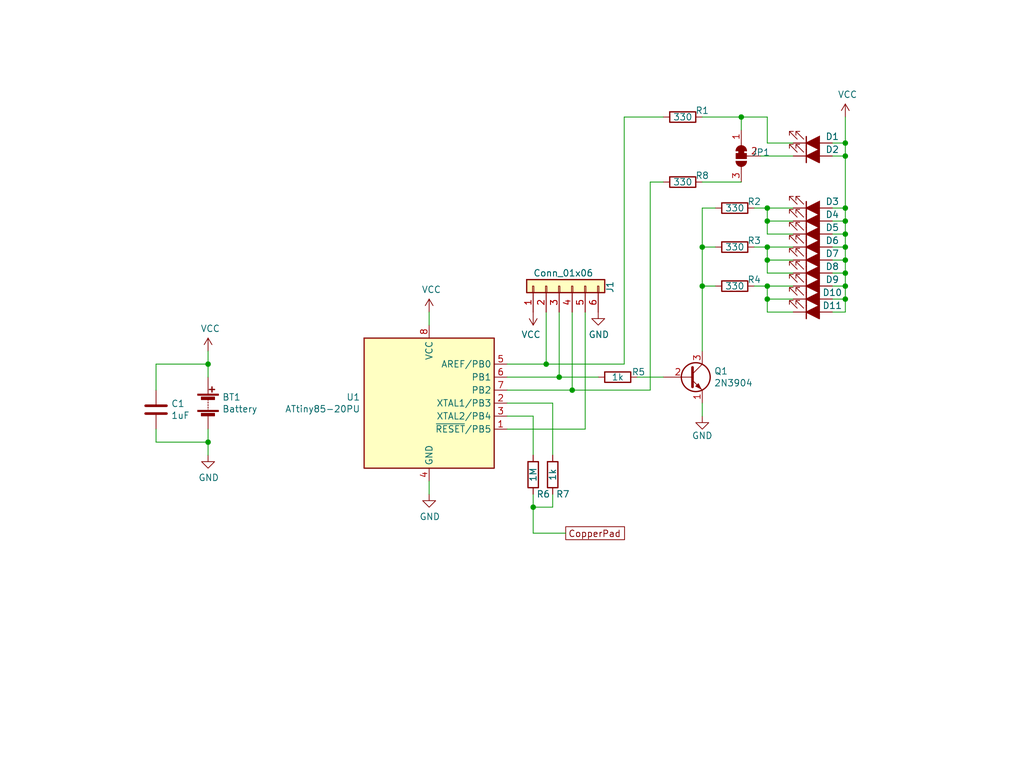
<source format=kicad_sch>
(kicad_sch (version 20211123) (generator eeschema)
  (paper "User" 200 150.012)
  (title_block (title "Touch Jack O' Lantern Kit") (date "2022-10-09") (rev "1.1") (comment 1 "Jamal Bouajjaj"))
  (lib_symbols
    (symbol "Connector_Generic:Conn_01x06" (pin_names (offset 1.016) hide)
      (property "Reference" "J" (at 0 7.62 0))
      (property "Value" "Conn_01x06" (at 0 -10.16 0))
      (symbol "Conn_01x06_1_1"
        (rectangle (start -1.27 -7.493) (end 0 -7.747) (stroke (width 0.1524)))
        (rectangle (start -1.27 -4.953) (end 0 -5.207) (stroke (width 0.1524)))
        (rectangle (start -1.27 -2.413) (end 0 -2.667) (stroke (width 0.1524)))
        (rectangle (start -1.27 0.127) (end 0 -0.127) (stroke (width 0.1524)))
        (rectangle (start -1.27 2.667) (end 0 2.413) (stroke (width 0.1524)))
        (rectangle (start -1.27 5.207) (end 0 4.953) (stroke (width 0.1524)))
        (rectangle (start -1.27 6.35) (end 1.27 -8.89) (stroke (width 0.254)) (fill (type background)))
        (pin passive line (at -5.08 5.08 0) (length 3.81) (name "Pin_1") (number "1"))
        (pin passive line (at -5.08 2.54 0) (length 3.81) (name "Pin_2") (number "2"))
        (pin passive line (at -5.08 0 0) (length 3.81) (name "Pin_3") (number "3"))
        (pin passive line (at -5.08 -2.54 0) (length 3.81) (name "Pin_4") (number "4"))
        (pin passive line (at -5.08 -5.08 0) (length 3.81) (name "Pin_5") (number "5"))
        (pin passive line (at -5.08 -7.62 0) (length 3.81) (name "Pin_6") (number "6"))
      )
    )
    (symbol "Device:Battery" (pin_numbers hide) (pin_names (offset 0) hide)
      (property "Reference" "BT" (at 2.54 2.54 0))
      (property "Value" "Battery" (at 2.54 0 0))
      (symbol "Battery_0_1"
        (rectangle (start -2.032 -1.397) (end 2.032 -1.651) (fill (type outline)))
        (rectangle (start -2.032 1.778) (end 2.032 1.524) (fill (type outline)))
        (rectangle (start -1.3208 -1.9812) (end 1.27 -2.4892) (fill (type outline)))
        (rectangle (start -1.3208 1.1938) (end 1.27 0.6858) (fill (type outline)))
        (polyline (pts (xy 0 -1.524) (xy 0 -1.27)))
        (polyline (pts (xy 0 -1.016) (xy 0 -0.762)))
        (polyline (pts (xy 0 -0.508) (xy 0 -0.254)))
        (polyline (pts (xy 0 0) (xy 0 0.254)))
        (polyline (pts (xy 0 0.508) (xy 0 0.762)))
        (polyline (pts (xy 0 1.778) (xy 0 2.54)))
        (polyline (pts (xy 0.254 2.667) (xy 1.27 2.667)) (stroke (width 0.254)))
        (polyline (pts (xy 0.762 3.175) (xy 0.762 2.159)) (stroke (width 0.254)))
      )
      (symbol "Battery_1_1"
        (pin passive line (at 0 5.08 270) (length 2.54) (name "+") (number "1"))
        (pin passive line (at 0 -5.08 90) (length 2.54) (name "-") (number "2"))
      )
    )
    (symbol "Device:C" (pin_numbers hide) (pin_names (offset 0.254))
      (property "Reference" "C" (at 0.635 2.54 0))
      (property "Value" "C" (at 0.635 -2.54 0))
      (symbol "C_0_1"
        (polyline (pts (xy -2.032 -0.762) (xy 2.032 -0.762)) (stroke (width 0.508)))
        (polyline (pts (xy -2.032 0.762) (xy 2.032 0.762)) (stroke (width 0.508)))
      )
      (symbol "C_1_1"
        (pin passive line (at 0 3.81 270) (length 2.794) (name "~") (number "1"))
        (pin passive line (at 0 -3.81 90) (length 2.794) (name "~") (number "2"))
      )
    )
    (symbol "Device:LED_Filled" (pin_numbers hide) (pin_names (offset 1.016) hide)
      (property "Reference" "D" (at 0 2.54 0))
      (property "Value" "LED_Filled" (at 0 -2.54 0))
      (symbol "LED_Filled_0_1"
        (polyline (pts (xy -1.27 -1.27) (xy -1.27 1.27)) (stroke (width 0.254)))
        (polyline (pts (xy -1.27 0) (xy 1.27 0)))
        (polyline (pts (xy 1.27 -1.27) (xy 1.27 1.27) (xy -1.27 0) (xy 1.27 -1.27)) (stroke (width 0.254)) (fill (type outline)))
        (polyline (pts (xy -3.048 -0.762) (xy -4.572 -2.286) (xy -3.81 -2.286) (xy -4.572 -2.286) (xy -4.572 -1.524)))
        (polyline (pts (xy -1.778 -0.762) (xy -3.302 -2.286) (xy -2.54 -2.286) (xy -3.302 -2.286) (xy -3.302 -1.524)))
      )
      (symbol "LED_Filled_1_1"
        (pin passive line (at -3.81 0 0) (length 2.54) (name "K") (number "1"))
        (pin passive line (at 3.81 0 180) (length 2.54) (name "A") (number "2"))
      )
    )
    (symbol "Device:R" (pin_numbers hide) (pin_names (offset 0))
      (property "Reference" "R" (at 2.032 0 90))
      (property "Value" "R" (at 0 0 90))
      (symbol "R_0_1"
        (rectangle (start -1.016 -2.54) (end 1.016 2.54) (stroke (width 0.254)))
      )
      (symbol "R_1_1"
        (pin passive line (at 0 3.81 270) (length 1.27) (name "~") (number "1"))
        (pin passive line (at 0 -3.81 90) (length 1.27) (name "~") (number "2"))
      )
    )
    (symbol "Jumper:SolderJumper_3_Bridged12" (pin_names (offset 0) hide)
      (property "Reference" "JP" (at -2.54 -2.54 0))
      (property "Value" "SolderJumper_3_Bridged12" (at 0 2.794 0))
      (symbol "SolderJumper_3_Bridged12_0_1"
        (rectangle (start -1.016 0.508) (end -0.508 -0.508) (fill (type outline)))
        (arc (start -1.016 1.016) (mid -2.032 0) (end -1.016 -1.016))
        (arc (start -1.016 1.016) (mid -2.032 0) (end -1.016 -1.016) (fill (type outline)))
        (rectangle (start -0.508 1.016) (end 0.508 -1.016) (fill (type outline)))
        (polyline (pts (xy -2.54 0) (xy -2.032 0)))
        (polyline (pts (xy -1.016 1.016) (xy -1.016 -1.016)))
        (polyline (pts (xy 0 -1.27) (xy 0 -1.016)))
        (polyline (pts (xy 1.016 1.016) (xy 1.016 -1.016)))
        (polyline (pts (xy 2.54 0) (xy 2.032 0)))
        (arc (start 1.016 -1.016) (mid 2.032 0) (end 1.016 1.016))
        (arc (start 1.016 -1.016) (mid 2.032 0) (end 1.016 1.016) (fill (type outline)))
      )
      (symbol "SolderJumper_3_Bridged12_1_1"
        (pin passive line (at -5.08 0 0) (length 2.54) (name "A") (number "1"))
        (pin passive line (at 0 -3.81 90) (length 2.54) (name "C") (number "2"))
        (pin passive line (at 5.08 0 180) (length 2.54) (name "B") (number "3"))
      )
    )
    (symbol "PCB-rescue:ATtiny85-20PU-MCU_Microchip_ATtiny"
      (property "Reference" "U" (at -12.7 13.97 0))
      (property "Value" "ATtiny85-20PU-MCU_Microchip_ATtiny" (at 2.54 -13.97 0))
      (symbol "ATtiny85-20PU-MCU_Microchip_ATtiny_0_1"
        (rectangle (start -12.7 -12.7) (end 12.7 12.7) (stroke (width 0.254)) (fill (type background)))
      )
      (symbol "ATtiny85-20PU-MCU_Microchip_ATtiny_1_1"
        (pin tri_state line (at 15.24 -5.08 180) (length 2.54) (name "~{RESET}/PB5") (number "1"))
        (pin tri_state line (at 15.24 0 180) (length 2.54) (name "XTAL1/PB3") (number "2"))
        (pin tri_state line (at 15.24 -2.54 180) (length 2.54) (name "XTAL2/PB4") (number "3"))
        (pin power_in line (at 0 -15.24 90) (length 2.54) (name "GND") (number "4"))
        (pin tri_state line (at 15.24 7.62 180) (length 2.54) (name "AREF/PB0") (number "5"))
        (pin tri_state line (at 15.24 5.08 180) (length 2.54) (name "PB1") (number "6"))
        (pin tri_state line (at 15.24 2.54 180) (length 2.54) (name "PB2") (number "7"))
        (pin power_in line (at 0 15.24 270) (length 2.54) (name "VCC") (number "8"))
      )
    )
    (symbol "Transistor_BJT:2N3904" (pin_names (offset 0) hide)
      (property "Reference" "Q" (at 5.08 1.905 0))
      (property "Value" "2N3904" (at 5.08 0 0))
      (symbol "2N3904_0_1"
        (polyline (pts (xy 0.635 0.635) (xy 2.54 2.54)))
        (polyline (pts (xy 0.635 -0.635) (xy 2.54 -2.54) (xy 2.54 -2.54)))
        (polyline (pts (xy 0.635 1.905) (xy 0.635 -1.905) (xy 0.635 -1.905)) (stroke (width 0.508)))
        (polyline (pts (xy 1.27 -1.778) (xy 1.778 -1.27) (xy 2.286 -2.286) (xy 1.27 -1.778) (xy 1.27 -1.778)) (fill (type outline)))
        (circle (center 1.27 0) (radius 2.8194) (stroke (width 0.254)))
      )
      (symbol "2N3904_1_1"
        (pin passive line (at 2.54 -5.08 90) (length 2.54) (name "E") (number "1"))
        (pin passive line (at -5.08 0 0) (length 5.715) (name "B") (number "2"))
        (pin passive line (at 2.54 5.08 270) (length 2.54) (name "C") (number "3"))
      )
    )
    (symbol "power:GND" (power) (pin_names (offset 0))
      (property "Value" "GND" (at 0 -3.81 0))
      (symbol "GND_0_1"
        (polyline (pts (xy 0 0) (xy 0 -1.27) (xy 1.27 -1.27) (xy 0 -2.54) (xy -1.27 -1.27) (xy 0 -1.27)))
      )
      (symbol "GND_1_1"
        (pin power_in line (at 0 0 270) (length 0) hide (name "GND") (number "1"))
      )
    )
    (symbol "power:VCC" (power) (pin_names (offset 0))
      (property "Value" "VCC" (at 0 3.81 0))
      (symbol "VCC_0_1"
        (polyline (pts (xy -0.762 1.27) (xy 0 2.54)))
        (polyline (pts (xy 0 0) (xy 0 2.54)))
        (polyline (pts (xy 0 2.54) (xy 0.762 1.27)))
      )
      (symbol "VCC_1_1"
        (pin power_in line (at 0 0 90) (length 0) hide (name "VCC") (number "1"))
      )
    )
  )
  (junction (at 165.1 55.88))
  (junction (at 137.16 48.26))
  (junction (at 165.1 50.8))
  (junction (at 144.78 22.86))
  (junction (at 149.86 48.26))
  (junction (at 165.1 53.34))
  (junction (at 165.1 30.48))
  (junction (at 165.1 43.18))
  (junction (at 104.14 99.06))
  (junction (at 109.22 73.66))
  (junction (at 111.76 76.2))
  (junction (at 149.86 55.88))
  (junction (at 40.64 86.36))
  (junction (at 165.1 27.94))
  (junction (at 149.86 43.18))
  (junction (at 165.1 58.42))
  (junction (at 40.64 71.12))
  (junction (at 149.86 50.8))
  (junction (at 165.1 45.72))
  (junction (at 137.16 55.88))
  (junction (at 165.1 40.64))
  (junction (at 165.1 48.26))
  (junction (at 149.86 40.64))
  (junction (at 106.68 71.12))
  (junction (at 149.86 58.42))
  (wire (pts (xy 40.64 68.58) (xy 40.64 71.12)))
  (wire (pts (xy 149.86 48.26) (xy 147.32 48.26)))
  (wire (pts (xy 40.64 71.12) (xy 40.64 73.66)))
  (wire (pts (xy 30.48 86.36) (xy 30.48 83.82)))
  (wire (pts (xy 137.16 40.64) (xy 139.7 40.64)))
  (wire (pts (xy 104.14 81.28) (xy 104.14 88.9)))
  (wire (pts (xy 165.1 58.42) (xy 165.1 55.88)))
  (wire (pts (xy 129.54 73.66) (xy 124.46 73.66)))
  (wire (pts (xy 149.86 45.72) (xy 149.86 43.18)))
  (wire (pts (xy 165.1 43.18) (xy 165.1 40.64)))
  (wire (pts (xy 165.1 27.94) (xy 165.1 22.86)))
  (wire (pts (xy 137.16 35.56) (xy 144.78 35.56)))
  (wire (pts (xy 106.68 71.12) (xy 99.06 71.12)))
  (wire (pts (xy 149.86 45.72) (xy 154.94 45.72)))
  (wire (pts (xy 165.1 50.8) (xy 165.1 48.26)))
  (wire (pts (xy 111.76 60.96) (xy 111.76 76.2)))
  (wire (pts (xy 99.06 83.82) (xy 114.3 83.82)))
  (wire (pts (xy 162.56 55.88) (xy 165.1 55.88)))
  (wire (pts (xy 162.56 50.8) (xy 165.1 50.8)))
  (wire (pts (xy 149.86 53.34) (xy 149.86 50.8)))
  (wire (pts (xy 165.1 45.72) (xy 165.1 43.18)))
  (wire (pts (xy 107.95 78.74) (xy 107.95 88.9)))
  (wire (pts (xy 114.3 83.82) (xy 114.3 60.96)))
  (wire (pts (xy 107.95 96.52) (xy 107.95 99.06)))
  (wire (pts (xy 107.95 99.06) (xy 104.14 99.06)))
  (wire (pts (xy 109.22 73.66) (xy 116.84 73.66)))
  (wire (pts (xy 121.92 22.86) (xy 121.92 71.12)))
  (wire (pts (xy 137.16 55.88) (xy 139.7 55.88)))
  (wire (pts (xy 137.16 40.64) (xy 137.16 48.26)))
  (wire (pts (xy 165.1 48.26) (xy 165.1 45.72)))
  (wire (pts (xy 99.06 81.28) (xy 104.14 81.28)))
  (wire (pts (xy 104.14 104.14) (xy 110.49 104.14)))
  (wire (pts (xy 162.56 48.26) (xy 165.1 48.26)))
  (wire (pts (xy 149.86 48.26) (xy 154.94 48.26)))
  (wire (pts (xy 149.86 55.88) (xy 154.94 55.88)))
  (wire (pts (xy 30.48 86.36) (xy 40.64 86.36)))
  (wire (pts (xy 149.86 43.18) (xy 149.86 40.64)))
  (wire (pts (xy 99.06 73.66) (xy 109.22 73.66)))
  (wire (pts (xy 162.56 60.96) (xy 165.1 60.96)))
  (wire (pts (xy 162.56 27.94) (xy 165.1 27.94)))
  (wire (pts (xy 147.32 40.64) (xy 149.86 40.64)))
  (wire (pts (xy 83.82 96.52) (xy 83.82 93.98)))
  (wire (pts (xy 162.56 30.48) (xy 165.1 30.48)))
  (wire (pts (xy 148.59 30.48) (xy 154.94 30.48)))
  (wire (pts (xy 121.92 22.86) (xy 129.54 22.86)))
  (wire (pts (xy 137.16 48.26) (xy 139.7 48.26)))
  (wire (pts (xy 162.56 45.72) (xy 165.1 45.72)))
  (wire (pts (xy 137.16 55.88) (xy 137.16 68.58)))
  (wire (pts (xy 99.06 78.74) (xy 107.95 78.74)))
  (wire (pts (xy 127 76.2) (xy 127 35.56)))
  (wire (pts (xy 106.68 71.12) (xy 121.92 71.12)))
  (wire (pts (xy 165.1 53.34) (xy 165.1 50.8)))
  (wire (pts (xy 149.86 60.96) (xy 149.86 58.42)))
  (wire (pts (xy 106.68 60.96) (xy 106.68 71.12)))
  (wire (pts (xy 165.1 60.96) (xy 165.1 58.42)))
  (wire (pts (xy 149.86 22.86) (xy 149.86 27.94)))
  (wire (pts (xy 83.82 63.5) (xy 83.82 60.96)))
  (wire (pts (xy 149.86 50.8) (xy 149.86 48.26)))
  (wire (pts (xy 144.78 22.86) (xy 149.86 22.86)))
  (wire (pts (xy 109.22 73.66) (xy 109.22 60.96)))
  (wire (pts (xy 111.76 76.2) (xy 99.06 76.2)))
  (wire (pts (xy 30.48 71.12) (xy 30.48 76.2)))
  (wire (pts (xy 137.16 22.86) (xy 144.78 22.86)))
  (wire (pts (xy 104.14 99.06) (xy 104.14 104.14)))
  (wire (pts (xy 40.64 83.82) (xy 40.64 86.36)))
  (wire (pts (xy 149.86 58.42) (xy 149.86 55.88)))
  (wire (pts (xy 111.76 76.2) (xy 127 76.2)))
  (wire (pts (xy 149.86 27.94) (xy 154.94 27.94)))
  (wire (pts (xy 149.86 60.96) (xy 154.94 60.96)))
  (wire (pts (xy 162.56 53.34) (xy 165.1 53.34)))
  (wire (pts (xy 149.86 40.64) (xy 154.94 40.64)))
  (wire (pts (xy 149.86 43.18) (xy 154.94 43.18)))
  (wire (pts (xy 162.56 40.64) (xy 165.1 40.64)))
  (wire (pts (xy 165.1 27.94) (xy 165.1 30.48)))
  (wire (pts (xy 137.16 48.26) (xy 137.16 55.88)))
  (wire (pts (xy 149.86 53.34) (xy 154.94 53.34)))
  (wire (pts (xy 165.1 55.88) (xy 165.1 53.34)))
  (wire (pts (xy 144.78 22.86) (xy 144.78 25.4)))
  (wire (pts (xy 104.14 96.52) (xy 104.14 99.06)))
  (wire (pts (xy 149.86 55.88) (xy 147.32 55.88)))
  (wire (pts (xy 162.56 43.18) (xy 165.1 43.18)))
  (wire (pts (xy 149.86 50.8) (xy 154.94 50.8)))
  (wire (pts (xy 149.86 58.42) (xy 154.94 58.42)))
  (wire (pts (xy 165.1 30.48) (xy 165.1 40.64)))
  (wire (pts (xy 40.64 86.36) (xy 40.64 88.9)))
  (wire (pts (xy 162.56 58.42) (xy 165.1 58.42)))
  (wire (pts (xy 30.48 71.12) (xy 40.64 71.12)))
  (wire (pts (xy 127 35.56) (xy 129.54 35.56)))
  (wire (pts (xy 137.16 81.28) (xy 137.16 78.74)))
  (global_label "CopperPad" (shape passive) (at 110.49 104.14 0) (property "Intersheet References" "${INTERSHEET_REFS}" (effects hide)))
  (symbol (lib_id "PCB-rescue:ATtiny85-20PU-MCU_Microchip_ATtiny") (at 83.82 78.74 0) (unit 1)
    (property "Reference" "U1" (at 70.3834 77.5716 0) (effects (justify right)))
    (property "Value" "ATtiny85-20PU" (at 70.3834 79.883 0) (effects (justify right)))
    (property "Footprint" "Package_DIP:DIP-8_W7.62mm_Socket" (effects hide))
    (property "Datasheet" "http://ww1.microchip.com/downloads/en/DeviceDoc/atmel-2586-avr-8-bit-microcontroller-attiny25-attiny45-attiny85_datasheet.pdf" (effects hide))
  )
  (symbol (lib_id "Device:LED_Filled") (at 158.75 43.18 0) (mirror x) (unit 1)
    (property "Reference" "D4" (at 162.56 41.91 0))
    (property "Value" "LED_ALT" (effects hide))
    (property "Footprint" "LED_THT:LED_D5.0mm" (effects hide))
  )
  (symbol (lib_id "Connector_Generic:Conn_01x06") (at 109.22 55.88 90) (unit 1)
    (property "Reference" "J1" (at 119.126 54.864 0) (effects (justify right)))
    (property "Value" "Conn_01x06" (at 104.14 53.34 90) (effects (justify right)))
    (property "Footprint" "Connector:Tag-Connect_TC2030-IDC-NL_2x03_P1.27mm_Vertical" (effects hide))
  )
  (symbol (lib_id "Device:LED_Filled") (at 158.75 45.72 0) (mirror x) (unit 1)
    (property "Reference" "D5" (at 162.56 44.45 0))
    (property "Value" "LED_ALT" (effects hide))
    (property "Footprint" "LED_THT:LED_D5.0mm" (effects hide))
  )
  (symbol (lib_id "Device:LED_Filled") (at 158.75 48.26 0) (mirror x) (unit 1)
    (property "Reference" "D6" (at 162.56 46.99 0))
    (property "Value" "LED_ALT" (effects hide))
    (property "Footprint" "LED_THT:LED_D5.0mm" (effects hide))
  )
  (symbol (lib_id "Device:LED_Filled") (at 158.75 50.8 0) (mirror x) (unit 1)
    (property "Reference" "D7" (at 162.56 49.53 0))
    (property "Value" "LED_ALT" (effects hide))
    (property "Footprint" "LED_THT:LED_D5.0mm" (effects hide))
  )
  (symbol (lib_id "Device:LED_Filled") (at 158.75 53.34 0) (mirror x) (unit 1)
    (property "Reference" "D8" (at 162.56 52.07 0))
    (property "Value" "LED_ALT" (effects hide))
    (property "Footprint" "LED_THT:LED_D5.0mm" (effects hide))
  )
  (symbol (lib_id "Device:LED_Filled") (at 158.75 55.88 0) (mirror x) (unit 1)
    (property "Reference" "D9" (at 162.56 54.61 0))
    (property "Value" "LED_ALT" (effects hide))
    (property "Footprint" "LED_THT:LED_D5.0mm" (effects hide))
  )
  (symbol (lib_id "Device:LED_Filled") (at 158.75 60.96 0) (mirror x) (unit 1)
    (property "Reference" "D11" (at 162.56 59.69 0))
    (property "Value" "LED_ALT" (effects hide))
    (property "Footprint" "LED_THT:LED_D5.0mm" (effects hide))
  )
  (symbol (lib_id "Device:LED_Filled") (at 158.75 58.42 0) (mirror x) (unit 1)
    (property "Reference" "D10" (at 162.56 57.15 0))
    (property "Value" "LED_ALT" (effects hide))
    (property "Footprint" "LED_THT:LED_D5.0mm" (effects hide))
  )
  (symbol (lib_id "Device:LED_Filled") (at 158.75 27.94 0) (mirror x) (unit 1)
    (property "Reference" "D1" (at 162.56 26.67 0))
    (property "Value" "LED_ALT" (effects hide))
    (property "Footprint" "LED_THT:LED_D5.0mm" (effects hide))
  )
  (symbol (lib_id "Device:LED_Filled") (at 158.75 40.64 0) (mirror x) (unit 1)
    (property "Reference" "D3" (at 162.56 39.37 0))
    (property "Value" "LED_ALT" (effects hide))
    (property "Footprint" "LED_THT:LED_D5.0mm" (effects hide))
  )
  (symbol (lib_id "Device:LED_Filled") (at 158.75 30.48 0) (mirror x) (unit 1)
    (property "Reference" "D2" (at 162.56 29.21 0))
    (property "Value" "LED_ALT" (effects hide))
    (property "Footprint" "LED_THT:LED_D5.0mm" (effects hide))
  )
  (symbol (lib_id "Transistor_BJT:2N3904") (at 134.62 73.66 0) (unit 1)
    (property "Reference" "Q1" (at 139.446 72.4916 0) (effects (justify left)))
    (property "Value" "2N3904" (at 139.446 74.803 0) (effects (justify left)))
    (property "Footprint" "Package_TO_SOT_THT:TO-92_Wide" (effects hide))
    (property "Datasheet" "https://www.fairchildsemi.com/datasheets/2N/2N3904.pdf" (effects hide))
  )
  (symbol (lib_id "Device:R") (at 104.14 92.71 0) (unit 1)
    (property "Reference" "R6" (at 104.775 96.52 0) (effects (justify left)))
    (property "Value" "1M" (at 104.14 92.71 90))
    (property "Footprint" "Resistor_THT:R_Axial_DIN0207_L6.3mm_D2.5mm_P10.16mm_Horizontal" (effects hide))
  )
  (symbol (lib_id "Device:R") (at 107.95 92.71 0) (unit 1)
    (property "Reference" "R7" (at 108.585 96.52 0) (effects (justify left)))
    (property "Value" "1k" (at 107.95 92.71 90))
    (property "Footprint" "Resistor_THT:R_Axial_DIN0207_L6.3mm_D2.5mm_P10.16mm_Horizontal" (effects hide))
  )
  (symbol (lib_id "power:VCC") (at 165.1 22.86 0) (unit 1)
    (property "Reference" "#PWR01" (effects hide))
    (property "Value" "VCC" (at 165.5318 18.4658 0))
  )
  (symbol (lib_id "Device:R") (at 120.65 73.66 270) (unit 1)
    (property "Reference" "R5" (at 124.714 72.644 90))
    (property "Value" "1k" (at 120.65 73.66 90))
    (property "Footprint" "Resistor_THT:R_Axial_DIN0207_L6.3mm_D2.5mm_P10.16mm_Horizontal" (effects hide))
  )
  (symbol (lib_id "Device:Battery") (at 40.64 78.74 0) (unit 1)
    (property "Reference" "BT1" (at 43.3832 77.5716 0) (effects (justify left)))
    (property "Value" "Battery" (at 43.3832 79.883 0) (effects (justify left)))
    (property "Footprint" "MyBattery:BC2AAPC" (effects hide))
  )
  (symbol (lib_id "power:VCC") (at 40.64 68.58 0) (unit 1)
    (property "Reference" "#PWR05" (effects hide))
    (property "Value" "VCC" (at 41.0718 64.1858 0))
  )
  (symbol (lib_id "power:VCC") (at 83.82 60.96 0) (unit 1)
    (property "Reference" "#PWR02" (effects hide))
    (property "Value" "VCC" (at 84.2518 56.5658 0))
  )
  (symbol (lib_id "power:GND") (at 40.64 88.9 0) (unit 1)
    (property "Reference" "#PWR07" (effects hide))
    (property "Value" "GND" (at 40.767 93.2942 0))
  )
  (symbol (lib_id "power:GND") (at 83.82 96.52 0) (unit 1)
    (property "Reference" "#PWR08" (effects hide))
    (property "Value" "GND" (at 83.947 100.9142 0))
  )
  (symbol (lib_id "power:GND") (at 137.16 81.28 0) (unit 1)
    (property "Reference" "#PWR06" (effects hide))
    (property "Value" "GND" (at 137.16 85.09 0))
  )
  (symbol (lib_id "power:GND") (at 116.84 60.96 0) (unit 1)
    (property "Reference" "#PWR04" (effects hide))
    (property "Value" "GND" (at 116.967 65.3542 0))
  )
  (symbol (lib_id "power:VCC") (at 104.14 60.96 180) (unit 1)
    (property "Reference" "#PWR03" (effects hide))
    (property "Value" "VCC" (at 103.7082 65.3542 0))
  )
  (symbol (lib_id "Device:C") (at 30.48 80.01 0) (unit 1)
    (property "Reference" "C1" (at 33.401 78.8416 0) (effects (justify left)))
    (property "Value" "1uF" (at 33.401 81.153 0) (effects (justify left)))
    (property "Footprint" "Capacitor_SMD:C_1206_3216Metric_Pad1.42x1.75mm_HandSolder" (effects hide))
  )
  (symbol (lib_id "Device:R") (at 143.51 40.64 270) (unit 1)
    (property "Reference" "R2" (at 147.32 39.37 90))
    (property "Value" "330" (at 143.51 40.64 90))
    (property "Footprint" "Resistor_THT:R_Axial_DIN0207_L6.3mm_D2.5mm_P10.16mm_Horizontal" (effects hide))
  )
  (symbol (lib_id "Device:R") (at 143.51 48.26 270) (unit 1)
    (property "Reference" "R3" (at 147.32 46.99 90))
    (property "Value" "330" (at 143.51 48.26 90))
    (property "Footprint" "Resistor_THT:R_Axial_DIN0207_L6.3mm_D2.5mm_P10.16mm_Horizontal" (effects hide))
  )
  (symbol (lib_id "Device:R") (at 143.51 55.88 270) (unit 1)
    (property "Reference" "R4" (at 147.32 54.61 90))
    (property "Value" "330" (at 143.51 55.88 90))
    (property "Footprint" "Resistor_THT:R_Axial_DIN0207_L6.3mm_D2.5mm_P10.16mm_Horizontal" (effects hide))
  )
  (symbol (lib_id "Device:R") (at 133.35 22.86 270) (unit 1)
    (property "Reference" "R1" (at 137.16 21.59 90))
    (property "Value" "330" (at 133.35 22.86 90))
    (property "Footprint" "Resistor_THT:R_Axial_DIN0207_L6.3mm_D2.5mm_P10.16mm_Horizontal" (effects hide))
  )
  (symbol (lib_id "Device:R") (at 133.35 35.56 270) (unit 1)
    (property "Reference" "R8" (at 137.16 34.29 90))
    (property "Value" "330" (at 133.35 35.56 90))
    (property "Footprint" "Resistor_THT:R_Axial_DIN0207_L6.3mm_D2.5mm_P10.16mm_Horizontal" (effects hide))
  )
  (symbol (lib_id "Jumper:SolderJumper_3_Bridged12") (at 144.78 30.48 90) (mirror x) (unit 1)
    (property "Reference" "JP1" (at 148.59 30.48 90) (effects (justify bottom)))
    (property "Value" "SolderJumper_3_Bridged12" (effects hide))
    (property "Footprint" "Jumper:SolderJumper-3_P1.3mm_Bridged12_RoundedPad1.0x1.5mm" (effects hide))
  )
)
</source>
